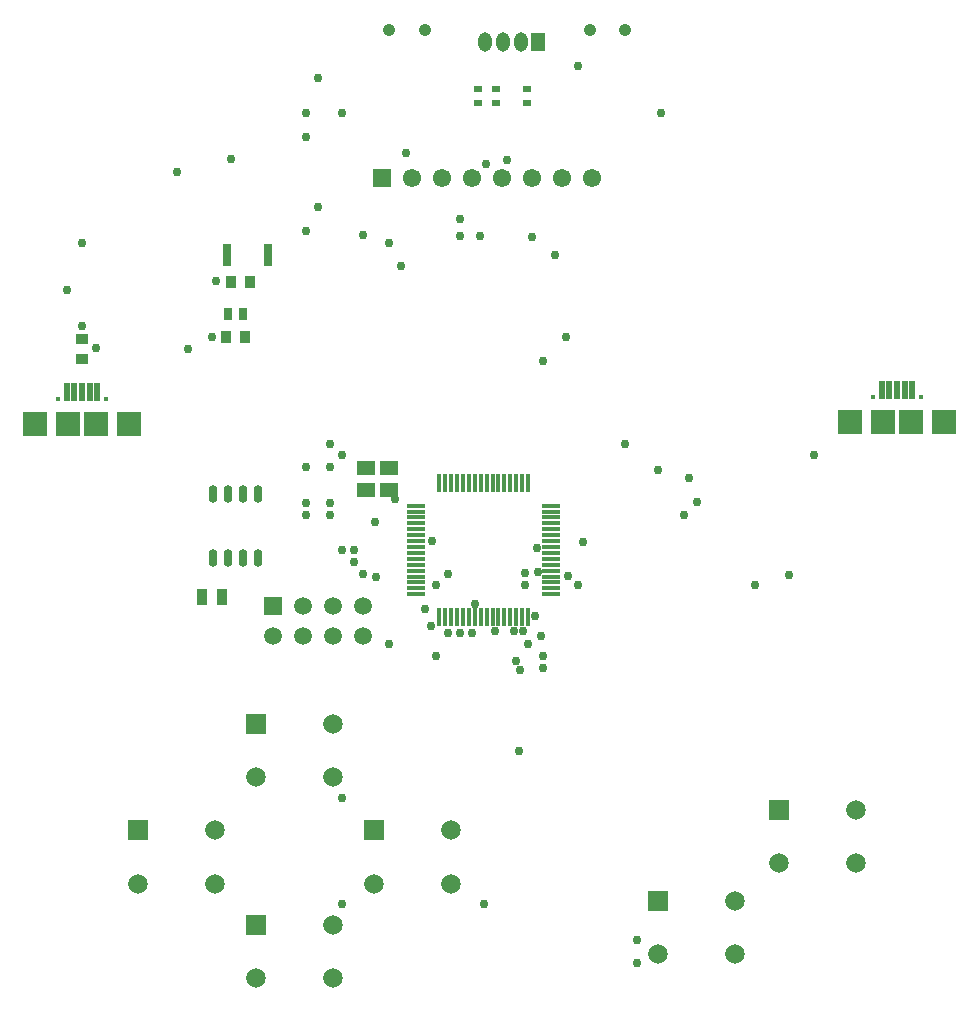
<source format=gts>
G04*
G04 #@! TF.GenerationSoftware,Altium Limited,Altium Designer,22.3.1 (43)*
G04*
G04 Layer_Color=8388736*
%FSLAX44Y44*%
%MOMM*%
G71*
G04*
G04 #@! TF.SameCoordinates,6D1C2D26-131F-4FF1-9C2C-6AC643E27ED1*
G04*
G04*
G04 #@! TF.FilePolarity,Negative*
G04*
G01*
G75*
%ADD29R,1.5000X1.1500*%
%ADD30R,2.0500X2.0500*%
%ADD31R,0.5500X1.5000*%
%ADD32R,0.8500X1.3500*%
%ADD33R,0.6500X0.5000*%
%ADD34R,0.7500X1.8500*%
%ADD35R,0.7500X1.0500*%
%ADD36R,0.8500X1.0500*%
%ADD37O,1.5500X0.4200*%
%ADD38O,0.4200X1.5500*%
%ADD39O,0.7500X1.5000*%
%ADD40R,1.0500X0.9500*%
%ADD41R,1.6580X1.6580*%
%ADD42C,1.6580*%
%ADD43C,1.5000*%
%ADD44R,1.5000X1.5000*%
%ADD45R,1.5480X1.5480*%
%ADD46C,1.5480*%
%ADD47C,0.4000*%
%ADD48R,1.1500X1.6500*%
%ADD49O,1.1500X1.6500*%
%ADD50C,1.0500*%
%ADD51C,0.7500*%
D29*
X-100000Y69000D02*
D03*
Y51000D02*
D03*
X-80000Y69000D02*
D03*
Y51000D02*
D03*
D30*
X389500Y108500D02*
D03*
X362000D02*
D03*
X338000D02*
D03*
X310500D02*
D03*
X-300500Y106625D02*
D03*
X-328000D02*
D03*
X-352000D02*
D03*
X-379500D02*
D03*
D31*
X363000Y135250D02*
D03*
X356500D02*
D03*
X350000D02*
D03*
X343500D02*
D03*
X337000D02*
D03*
X-327000Y133375D02*
D03*
X-333500D02*
D03*
X-340000D02*
D03*
X-346500D02*
D03*
X-353000D02*
D03*
D32*
X-221500Y-40000D02*
D03*
X-238500D02*
D03*
D33*
X-4676Y378756D02*
D03*
Y390256D02*
D03*
X10628D02*
D03*
Y378756D02*
D03*
X36471Y378756D02*
D03*
Y390256D02*
D03*
D34*
X-217000Y250000D02*
D03*
X-183000D02*
D03*
D35*
X-216500Y200000D02*
D03*
X-203500D02*
D03*
D36*
X-217750Y180000D02*
D03*
X-202250D02*
D03*
X-213621Y227040D02*
D03*
X-198121D02*
D03*
D37*
X57000Y27500D02*
D03*
Y32500D02*
D03*
Y22500D02*
D03*
Y37500D02*
D03*
Y2500D02*
D03*
Y7500D02*
D03*
Y-2500D02*
D03*
Y17500D02*
D03*
Y12500D02*
D03*
Y-17500D02*
D03*
Y-12500D02*
D03*
Y-7500D02*
D03*
Y-32500D02*
D03*
Y-27500D02*
D03*
Y-37500D02*
D03*
Y-22500D02*
D03*
X-57000Y-17500D02*
D03*
Y-22500D02*
D03*
Y17500D02*
D03*
Y22500D02*
D03*
Y12500D02*
D03*
Y32500D02*
D03*
Y37500D02*
D03*
Y27500D02*
D03*
Y-7500D02*
D03*
Y-2500D02*
D03*
Y-12500D02*
D03*
Y7500D02*
D03*
Y2500D02*
D03*
Y-32500D02*
D03*
Y-27500D02*
D03*
Y-37500D02*
D03*
D38*
X37500Y57000D02*
D03*
X7500D02*
D03*
X2500D02*
D03*
X12500D02*
D03*
X-7500D02*
D03*
X-12500D02*
D03*
X-2500D02*
D03*
X27500D02*
D03*
X22500D02*
D03*
X32500D02*
D03*
X17500D02*
D03*
X7500Y-57000D02*
D03*
X2500D02*
D03*
X12500D02*
D03*
X-7500D02*
D03*
X-2500D02*
D03*
X32500D02*
D03*
X27500D02*
D03*
X37500D02*
D03*
X17500D02*
D03*
X22500D02*
D03*
X-22500Y57000D02*
D03*
X-27500D02*
D03*
X-17500D02*
D03*
X-37500D02*
D03*
X-32500D02*
D03*
Y-57000D02*
D03*
X-27500D02*
D03*
X-17500D02*
D03*
X-22500D02*
D03*
X-12500D02*
D03*
X-37500D02*
D03*
D39*
X-190950Y47000D02*
D03*
X-203650D02*
D03*
X-216350D02*
D03*
X-229050D02*
D03*
X-190950Y-7000D02*
D03*
X-203650D02*
D03*
X-216350D02*
D03*
X-229050D02*
D03*
D40*
X-340000Y161750D02*
D03*
Y178250D02*
D03*
D41*
X-192500Y-147500D02*
D03*
X-92500Y-237500D02*
D03*
X-192500Y-317500D02*
D03*
X-292500Y-237500D02*
D03*
X147500Y-297500D02*
D03*
X250000Y-220000D02*
D03*
D42*
X-127500Y-147500D02*
D03*
X-192500Y-192500D02*
D03*
X-127500D02*
D03*
X-27500Y-282500D02*
D03*
X-92500D02*
D03*
X-27500Y-237500D02*
D03*
X-127500Y-317500D02*
D03*
X-192500Y-362500D02*
D03*
X-127500D02*
D03*
X-227500Y-282500D02*
D03*
X-292500D02*
D03*
X-227500Y-237500D02*
D03*
X212500Y-297500D02*
D03*
X147500Y-342500D02*
D03*
X212500D02*
D03*
X315000Y-265000D02*
D03*
X250000D02*
D03*
X315000Y-220000D02*
D03*
D43*
X-101900Y-72700D02*
D03*
X-127300D02*
D03*
X-152700D02*
D03*
X-178100D02*
D03*
X-101900Y-47300D02*
D03*
X-127300D02*
D03*
X-152700D02*
D03*
D44*
X-178100D02*
D03*
D45*
X-86415Y314884D02*
D03*
D46*
X91385D02*
D03*
X65985D02*
D03*
X-35615D02*
D03*
X-61015D02*
D03*
X40585D02*
D03*
X-10215D02*
D03*
X15185D02*
D03*
D47*
X370500Y129375D02*
D03*
X329500D02*
D03*
X-319500Y127500D02*
D03*
X-360500D02*
D03*
D48*
X46350Y430000D02*
D03*
D03*
D49*
X31350D02*
D03*
D03*
X16350D02*
D03*
D03*
X1350D02*
D03*
D03*
D50*
X-80000Y440000D02*
D03*
X-50000D02*
D03*
X120000D02*
D03*
X90000D02*
D03*
D51*
X-130000Y70000D02*
D03*
Y40000D02*
D03*
X84250Y6758D02*
D03*
X-92163Y23502D02*
D03*
X-80000Y260000D02*
D03*
X-74714Y42786D02*
D03*
X2076Y326584D02*
D03*
X-213609Y331221D02*
D03*
X40790Y264797D02*
D03*
X25668Y-68335D02*
D03*
X71670Y-21674D02*
D03*
X45816Y-18939D02*
D03*
X34714Y-19616D02*
D03*
X35286Y-29651D02*
D03*
X174020Y61228D02*
D03*
X147750Y67750D02*
D03*
X43764Y-55788D02*
D03*
X-120000Y0D02*
D03*
X-110000D02*
D03*
Y-10000D02*
D03*
X60000Y250000D02*
D03*
X-2863Y266049D02*
D03*
X-20017Y266200D02*
D03*
X48781Y-72551D02*
D03*
X50000Y160000D02*
D03*
X-70000Y240000D02*
D03*
X-65438Y335861D02*
D03*
X-150000Y270000D02*
D03*
X32932Y-68623D02*
D03*
X9293Y-68233D02*
D03*
X-44877Y-64092D02*
D03*
X-30000Y-20000D02*
D03*
X-7500Y-45976D02*
D03*
X-20000Y280000D02*
D03*
X70096Y179904D02*
D03*
X80000Y-30000D02*
D03*
Y410000D02*
D03*
X50000Y-100000D02*
D03*
X30592Y-101573D02*
D03*
X-40000Y-90000D02*
D03*
X50000D02*
D03*
X27764Y-94056D02*
D03*
X-80000Y-80000D02*
D03*
X-40000Y-30000D02*
D03*
X-50000Y-50000D02*
D03*
X-10000Y-70000D02*
D03*
X37430Y-79500D02*
D03*
X-130000Y90000D02*
D03*
X-90763Y-22859D02*
D03*
X-102562Y-20000D02*
D03*
Y266974D02*
D03*
X-120000Y80000D02*
D03*
X-43439Y7494D02*
D03*
X44909Y1722D02*
D03*
X30000Y-170000D02*
D03*
X-120000Y-210000D02*
D03*
X0Y-300000D02*
D03*
X-120000D02*
D03*
X130000Y-330000D02*
D03*
Y-350000D02*
D03*
X-150000Y40000D02*
D03*
X-130000Y30000D02*
D03*
X-150000D02*
D03*
Y70000D02*
D03*
X-140000Y290000D02*
D03*
X150000Y370000D02*
D03*
X20000Y330000D02*
D03*
X-20000Y-70000D02*
D03*
X-30000D02*
D03*
X120000Y90000D02*
D03*
X170000Y30000D02*
D03*
X180563Y40563D02*
D03*
X-260000Y320000D02*
D03*
X-120000Y370000D02*
D03*
X-150000Y350000D02*
D03*
Y370000D02*
D03*
X-140000Y400000D02*
D03*
X-353116Y220034D02*
D03*
X-340000Y260000D02*
D03*
X-250000Y170000D02*
D03*
X-230000Y180000D02*
D03*
X-226442Y227307D02*
D03*
X-328438Y171295D02*
D03*
X-340000Y190000D02*
D03*
X258451Y-21549D02*
D03*
X230000Y-30000D02*
D03*
X280000Y80000D02*
D03*
M02*

</source>
